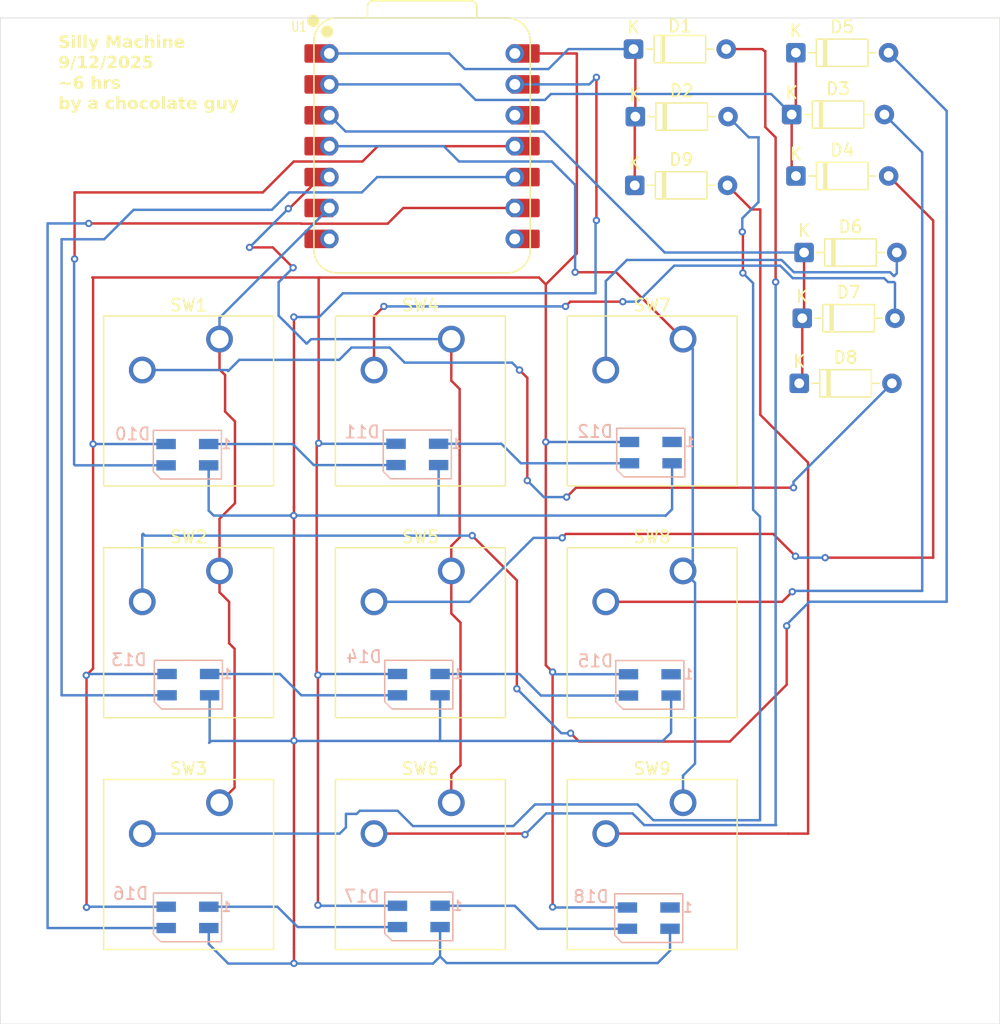
<source format=kicad_pcb>
(kicad_pcb (version 20241229) (generator "pcbnew") (generator_version "9.0")
  (layers (0 "F.Cu" signal) (2 "B.Cu" signal) (13 "F.Paste" user) (15 "B.Paste" user) (5 "F.SilkS" user "F.Silkscreen") (7 "B.SilkS" user "B.Silkscreen") (1 "F.Mask" user) (3 "B.Mask" user) (25 "Edge.Cuts" user))
  (net 0 "")
  (net 1 "GND")
  (net 2 "+5V")
  (net 3 "Net-(D10-DOUT)")
  (net 4 "led1")
  (net 5 "Net-(D11-DOUT)")
  (net 7 "led2")
  (net 8 "Net-(D13-DOUT)")
  (net 9 "Net-(D14-DOUT)")
  (net 11 "Net-(D16-DOUT)")
  (net 13 "led3")
  (net 14 "Net-(D17-DOUT)")
  (net 16 "Col3")
  (net 17 "Net-(D7-A)")
  (net 18 "Net-(D8-A)")
  (net 19 "Net-(D9-A)")
  (net 20 "Col2")
  (net 21 "Net-(D6-A)")
  (net 22 "Net-(D5-A)")
  (net 23 "Net-(D4-A)")
  (net 24 "Net-(D1-A)")
  (net 25 "Col1")
  (net 26 "Net-(D2-A)")
  (net 27 "Net-(D3-A)")
  (net 29 "Row1")
  (net 30 "Row2")
  (net 32 "Row3")
  (footprint "Button_Switch_Keyboard:SW_Cherry_MX_1.00u_PCB" (layer "F.Cu") (at 119.22125 87.78875)
    (property "Reference" "SW2")
    (property "Value" "SW_Push")
  )
  (footprint "Diode_THT:D_DO-35_SOD27_P7.62mm_Horizontal" (layer "F.Cu") (at 167.12 67.02)
    (property "Reference" "D7")
    (property "Value" "1N4148")
  )
  (footprint "Button_Switch_Keyboard:SW_Cherry_MX_1.00u_PCB" (layer "F.Cu") (at 157.32125 87.78875)
    (property "Reference" "SW8")
    (property "Value" "SW_Push")
  )
  (footprint "Button_Switch_Keyboard:SW_Cherry_MX_1.00u_PCB" (layer "F.Cu") (at 157.32125 68.73875)
    (property "Reference" "SW7")
    (property "Value" "SW_Push")
  )
  (footprint "Button_Switch_Keyboard:SW_Cherry_MX_1.00u_PCB" (layer "F.Cu") (at 138.27125 87.78875)
    (property "Reference" "SW5")
    (property "Value" "SW_Push")
  )
  (footprint "Diode_THT:D_DO-35_SOD27_P7.62mm_Horizontal" (layer "F.Cu") (at 166.6 55.33)
    (property "Reference" "D4")
    (property "Value" "1N4148")
  )
  (footprint "Button_Switch_Keyboard:SW_Cherry_MX_1.00u_PCB" (layer "F.Cu") (at 138.27125 68.73875)
    (property "Reference" "SW4")
    (property "Value" "SW_Push")
  )
  (footprint "Seeed Studio XIAO Series Library:XIAO-RP2040-DIP" (layer "F.Cu") (at 135.87 52.88)
    (property "Reference" "U1")
    (property "Value" "XIAO-RP2040-DIP" (hide yes))
  )
  (footprint "Diode_THT:D_DO-35_SOD27_P7.62mm_Horizontal" (layer "F.Cu") (at 166.25 50.28)
    (property "Reference" "D3")
    (property "Value" "1N4148")
  )
  (footprint "Diode_THT:D_DO-35_SOD27_P7.62mm_Horizontal" (layer "F.Cu") (at 153.4 50.45)
    (property "Reference" "D2")
    (property "Value" "1N4148")
  )
  (footprint "Diode_THT:D_DO-35_SOD27_P7.62mm_Horizontal" (layer "F.Cu") (at 166.87 72.37)
    (property "Reference" "D8")
    (property "Value" "1N4148")
  )
  (footprint "Diode_THT:D_DO-35_SOD27_P7.62mm_Horizontal" (layer "F.Cu") (at 153.25 44.9)
    (property "Reference" "D1")
    (property "Value" "1N4148")
  )
  (footprint "Diode_THT:D_DO-35_SOD27_P7.62mm_Horizontal" (layer "F.Cu") (at 153.3525 56.1)
    (property "Reference" "D9")
    (property "Value" "1N4148")
  )
  (footprint "Button_Switch_Keyboard:SW_Cherry_MX_1.00u_PCB" (layer "F.Cu") (at 119.22125 106.83875)
    (property "Reference" "SW3")
    (property "Value" "SW_Push")
  )
  (footprint "Button_Switch_Keyboard:SW_Cherry_MX_1.00u_PCB" (layer "F.Cu") (at 157.32125 106.83875)
    (property "Reference" "SW9")
    (property "Value" "SW_Push")
  )
  (footprint "Button_Switch_Keyboard:SW_Cherry_MX_1.00u_PCB" (layer "F.Cu") (at 119.22125 68.73875)
    (property "Reference" "SW1")
    (property "Value" "SW_Push")
  )
  (footprint "Button_Switch_Keyboard:SW_Cherry_MX_1.00u_PCB" (layer "F.Cu") (at 138.27125 106.83875)
    (property "Reference" "SW6")
    (property "Value" "SW_Push")
  )
  (footprint "Diode_THT:D_DO-35_SOD27_P7.62mm_Horizontal" (layer "F.Cu") (at 166.59 45.2)
    (property "Reference" "D5")
    (property "Value" "1N4148")
  )
  (footprint "Diode_THT:D_DO-35_SOD27_P7.62mm_Horizontal" (layer "F.Cu") (at 167.27 61.62)
    (property "Reference" "D6")
    (property "Value" "1N4148")
  )
  (footprint "LED_SMD:LED_SK6812MINI_PLCC4_3.5x3.5mm_P1.75mm" (layer "B.Cu") (at 135.6 97.135 180)
    (property "Reference" "D14")
    (property "Value" "SK6812MINI")
  )
  (footprint "LED_SMD:LED_SK6812MINI_PLCC4_3.5x3.5mm_P1.75mm" (layer "B.Cu") (at 154.59 97.155 180)
    (property "Reference" "D15")
    (property "Value" "SK6812MINI")
  )
  (footprint "LED_SMD:LED_SK6812MINI_PLCC4_3.5x3.5mm_P1.75mm" (layer "B.Cu") (at 116.66 97.135 180)
    (property "Reference" "D13")
    (property "Value" "SK6812MINI")
  )
  (footprint "LED_SMD:LED_SK6812MINI_PLCC4_3.5x3.5mm_P1.75mm" (layer "B.Cu") (at 154.5 116.325 180)
    (property "Reference" "D18")
    (property "Value" "SK6812MINI")
  )
  (footprint "LED_SMD:LED_SK6812MINI_PLCC4_3.5x3.5mm_P1.75mm" (layer "B.Cu") (at 154.67 78.065 180)
    (property "Reference" "D12")
    (property "Value" "SK6812MINI")
  )
  (footprint "LED_SMD:LED_SK6812MINI_PLCC4_3.5x3.5mm_P1.75mm" (layer "B.Cu") (at 116.59 116.265 180)
    (property "Reference" "D16")
    (property "Value" "SK6812MINI")
  )
  (footprint "LED_SMD:LED_SK6812MINI_PLCC4_3.5x3.5mm_P1.75mm" (layer "B.Cu") (at 135.48 78.215 180)
    (property "Reference" "D11")
    (property "Value" "SK6812MINI")
  )
  (footprint "LED_SMD:LED_SK6812MINI_PLCC4_3.5x3.5mm_P1.75mm" (layer "B.Cu") (at 135.6 116.185 180)
    (property "Reference" "D17")
    (property "Value" "SK6812MINI")
  )
  (footprint "LED_SMD:LED_SK6812MINI_PLCC4_3.5x3.5mm_P1.75mm" (layer "B.Cu") (at 116.58 78.235 180)
    (property "Reference" "D10")
    (property "Value" "SK6812MINI")
  )
  (gr_rect (start 101.203125 42.341875) (end 183.35625 125.015625) (stroke (width 0.05)) (fill no) (layer "Edge.Cuts"))
  (gr_text "K" (at 166.25 48.48 0) (layer "F.SilkS") (effects (font (size 1 1))))
  (gr_text "Silly Machine\n9/12/2025\n~6 hrs\nby a chocolate guy\n" (at 105.965625 50.00625 0) (layer "F.SilkS") (effects (font (size 1 1) (thickness 0.2) (bold yes)) (justify left bottom)))
  (segment (start 125.34 66.93) (end 125.33 66.92) (width 0.2) (layer "F.Cu") (net 1))
  (segment (start 125.34 82.59) (end 125.34 66.93) (width 0.2) (layer "F.Cu") (net 1))
  (segment (start 150.21 47.21) (end 150.2 47.22) (width 0.2) (layer "F.Cu") (net 1))
  (segment (start 125.34 101.74) (end 125.34 101.09) (width 0.2) (layer "F.Cu") (net 1))
  (segment (start 150.2 58.98) (end 150.2 47.22) (width 0.2) (layer "F.Cu") (net 1))
  (segment (start 125.34 82.59) (end 125.34 82.45) (width 0.2) (layer "F.Cu") (net 1))
  (segment (start 125.34 118.75) (end 125.34 101.74) (width 0.2) (layer "F.Cu") (net 1))
  (segment (start 125.34 101.09) (end 125.34 82.59) (width 0.2) (layer "F.Cu") (net 1))
  (segment (start 125.34 118.75) (end 125.34 120.04) (width 0.2) (layer "F.Cu") (net 1))
  (via (at 150.2 47.22) (size 0.6) (drill 0.3) (layers "F.Cu" "B.Cu") (net 1))
  (via (at 125.32 83.24) (size 0.6) (drill 0.3) (layers "F.Cu" "B.Cu") (net 1))
  (via (at 125.34 120.04) (size 0.6) (drill 0.3) (layers "F.Cu" "B.Cu") (net 1))
  (via (at 150.2 58.98) (size 0.6) (drill 0.3) (layers "F.Cu" "B.Cu") (net 1))
  (via (at 125.33 66.92) (size 0.6) (drill 0.3) (layers "F.Cu" "B.Cu") (net 1))
  (via (at 125.34 101.74) (size 0.6) (drill 0.3) (layers "F.Cu" "B.Cu") (net 1))
  (segment (start 156.34 101.08) (end 156.34 98.03) (width 0.2) (layer "B.Cu") (net 1))
  (segment (start 137.35 119.48) (end 137.35 117.06) (width 0.2) (layer "B.Cu") (net 1))
  (segment (start 118.34 118.46) (end 119.94 120.06) (width 0.2) (layer "B.Cu") (net 1))
  (segment (start 129.36 64.97) (end 150.13 64.97) (width 0.2) (layer "B.Cu") (net 1))
  (segment (start 155.66 101.76) (end 156.34 101.08) (width 0.2) (layer "B.Cu") (net 1))
  (segment (start 118.52 101.76) (end 125.12 101.76) (width 0.2) (layer "B.Cu") (net 1))
  (segment (start 137.24 83.24) (end 155.86 83.24) (width 0.2) (layer "B.Cu") (net 1))
  (segment (start 137.35 119.48) (end 137.89 120.02) (width 0.2) (layer "B.Cu") (net 1))
  (segment (start 137.23 83.23) (end 137.24 83.24) (width 0.2) (layer "B.Cu") (net 1))
  (segment (start 125.33 66.92) (end 127.41 66.92) (width 0.2) (layer "B.Cu") (net 1))
  (segment (start 127.41 66.92) (end 129.36 64.97) (width 0.2) (layer "B.Cu") (net 1))
  (segment (start 137.35 98.01) (end 137.35 101.69) (width 0.2) (layer "B.Cu") (net 1))
  (segment (start 150.13 64.97) (end 150.13 59.05) (width 0.2) (layer "B.Cu") (net 1))
  (segment (start 150.13 59.05) (end 150.2 58.98) (width 0.2) (layer "B.Cu") (net 1))
  (segment (start 149.62 47.8) (end 143.49 47.8) (width 0.2) (layer "B.Cu") (net 1))
  (segment (start 138.99 120.02) (end 155.23 120.02) (width 0.2) (layer "B.Cu") (net 1))
  (segment (start 118.33 82.83) (end 118.33 79.11) (width 0.2) (layer "B.Cu") (net 1))
  (segment (start 118.74 83.24) (end 118.33 82.83) (width 0.2) (layer "B.Cu") (net 1))
  (segment (start 155.88 83.26) (end 156.42 82.72) (width 0.2) (layer "B.Cu") (net 1))
  (segment (start 125.32 83.24) (end 124.99 83.24) (width 0.2) (layer "B.Cu") (net 1))
  (segment (start 125.12 101.76) (end 125.22 101.76) (width 0.2) (layer "B.Cu") (net 1))
  (segment (start 137.23 79.09) (end 137.23 83.23) (width 0.2) (layer "B.Cu") (net 1))
  (segment (start 118.37 101.91) (end 118.52 101.76) (width 0.2) (layer "B.Cu") (net 1))
  (segment (start 137.24 83.24) (end 125.32 83.24) (width 0.2) (layer "B.Cu") (net 1))
  (segment (start 137.35 101.69) (end 137.28 101.76) (width 0.2) (layer "B.Cu") (net 1))
  (segment (start 125.09 120.06) (end 136.77 120.06) (width 0.2) (layer "B.Cu") (net 1))
  (segment (start 156.25 118.96) (end 156.25 117.2) (width 0.2) (layer "B.Cu") (net 1))
  (segment (start 155.86 83.24) (end 155.88 83.26) (width 0.2) (layer "B.Cu") (net 1))
  (segment (start 118.41 101.87) (end 118.37 101.91) (width 0.2) (layer "B.Cu") (net 1))
  (segment (start 137.89 120.02) (end 138.99 120.02) (width 0.2) (layer "B.Cu") (net 1))
  (segment (start 125.12 101.76) (end 137.28 101.76) (width 0.2) (layer "B.Cu") (net 1))
  (segment (start 136.77 120.06) (end 137.35 119.48) (width 0.2) (layer "B.Cu") (net 1))
  (segment (start 118.41 98.01) (end 118.41 101.87) (width 0.2) (layer "B.Cu") (net 1))
  (segment (start 124.99 83.24) (end 118.74 83.24) (width 0.2) (layer "B.Cu") (net 1))
  (segment (start 150.2 47.22) (end 149.62 47.8) (width 0.2) (layer "B.Cu") (net 1))
  (segment (start 137.28 101.76) (end 155.66 101.76) (width 0.2) (layer "B.Cu") (net 1))
  (segment (start 119.94 120.06) (end 125.09 120.06) (width 0.2) (layer "B.Cu") (net 1))
  (segment (start 156.42 82.72) (end 156.42 78.94) (width 0.2) (layer "B.Cu") (net 1))
  (segment (start 155.23 120.02) (end 156.27 118.98) (width 0.2) (layer "B.Cu") (net 1))
  (segment (start 118.34 117.14) (end 118.34 118.46) (width 0.2) (layer "B.Cu") (net 1))
  (segment (start 145.47 63.67) (end 146.04 64.24) (width 0.2) (layer "F.Cu") (net 2))
  (segment (start 127.21 96.25) (end 127.31 96.35) (width 0.2) (layer "F.Cu") (net 2))
  (segment (start 148.59 45.27) (end 148.5 45.27) (width 0.2) (layer "F.Cu") (net 2))
  (segment (start 146.04 64.24) (end 148.59 61.69) (width 0.2) (layer "F.Cu") (net 2))
  (segment (start 127.21 77.45) (end 127.37 77.29) (width 0.2) (layer "F.Cu") (net 2))
  (segment (start 108.83 77.36) (end 108.83 63.73) (width 0.2) (layer "F.Cu") (net 2))
  (segment (start 108.83 63.73) (end 108.77 63.67) (width 0.2) (layer "F.Cu") (net 2))
  (segment (start 127.37 77.29) (end 127.37 63.76) (width 0.2) (layer "F.Cu") (net 2))
  (segment (start 127.31 115.26) (end 127.31 96.35) (width 0.2) (layer "F.Cu") (net 2))
  (segment (start 108.27 96.37) (end 108.29 96.39) (width 0.2) (layer "F.Cu") (net 2))
  (segment (start 146.6 115.41) (end 146.6 96.1) (width 0.2) (layer "F.Cu") (net 2))
  (segment (start 148.59 61.69) (end 148.59 45.27) (width 0.2) (layer "F.Cu") (net 2))
  (segment (start 108.29 96.39) (end 108.29 115.44) (width 0.2) (layer "F.Cu") (net 2))
  (segment (start 127.21 96.25) (end 127.21 77.45) (width 0.2) (layer "F.Cu") (net 2))
  (segment (start 108.83 95.81) (end 108.27 96.37) (width 0.2) (layer "F.Cu") (net 2))
  (segment (start 108.83 77.36) (end 108.83 95.81) (width 0.2) (layer "F.Cu") (net 2))
  (segment (start 146.04 77.19) (end 146.04 95.54) (width 0.2) (layer "F.Cu") (net 2))
  (segment (start 148.49 45.26) (end 143.49 45.26) (width 0.2) (layer "F.Cu") (net 2))
  (segment (start 127.37 63.76) (end 127.46 63.67) (width 0.2) (layer "F.Cu") (net 2))
  (segment (start 127.46 63.67) (end 145.47 63.67) (width 0.2) (layer "F.Cu") (net 2))
  (segment (start 146.04 64.24) (end 146.04 77.19) (width 0.2) (layer "F.Cu") (net 2))
  (segment (start 148.5 45.27) (end 148.49 45.26) (width 0.2) (layer "F.Cu") (net 2))
  (segment (start 108.77 63.67) (end 127.46 63.67) (width 0.2) (layer "F.Cu") (net 2))
  (segment (start 146.04 95.54) (end 146.6 96.1) (width 0.2) (layer "F.Cu") (net 2))
  (via (at 108.27 96.37) (size 0.6) (drill 0.3) (layers "F.Cu" "B.Cu") (net 2))
  (via (at 127.31 96.35) (size 0.6) (drill 0.3) (layers "F.Cu" "B.Cu") (net 2))
  (via (at 108.29 115.44) (size 0.6) (drill 0.3) (layers "F.Cu" "B.Cu") (net 2))
  (via (at 146.04 77.19) (size 0.6) (drill 0.3) (layers "F.Cu" "B.Cu") (net 2))
  (via (at 146.6 96.1) (size 0.6) (drill 0.3) (layers "F.Cu" "B.Cu") (net 2))
  (via (at 127.31 115.26) (size 0.6) (drill 0.3) (layers "F.Cu" "B.Cu") (net 2))
  (via (at 146.6 115.41) (size 0.6) (drill 0.3) (layers "F.Cu" "B.Cu") (net 2))
  (via (at 108.83 77.36) (size 0.6) (drill 0.3) (layers "F.Cu" "B.Cu") (net 2))
  (via (at 127.37 77.29) (size 0.6) (drill 0.3) (layers "F.Cu" "B.Cu") (net 2))
  (segment (start 114.91 96.26) (end 108.46 96.26) (width 0.2) (layer "B.Cu") (net 2))
  (segment (start 108.46 96.26) (end 108.37 96.35) (width 0.2) (layer "B.Cu") (net 2))
  (segment (start 146.52 96.15) (end 146.57 96.1) (width 0.2) (layer "B.Cu") (net 2))
  (segment (start 146.65 96.28) (end 146.52 96.15) (width 0.2) (layer "B.Cu") (net 2))
  (segment (start 127.41 115.31) (end 127.36 115.26) (width 0.2) (layer "B.Cu") (net 2))
  (segment (start 114.84 115.39) (end 108.29 115.39) (width 0.2) (layer "B.Cu") (net 2))
  (segment (start 146.6 115.41) (end 146.64 115.45) (width 0.2) (layer "B.Cu") (net 2))
  (segment (start 127.36 115.26) (end 127.31 115.26) (width 0.2) (layer "B.Cu") (net 2))
  (segment (start 133.85 96.26) (end 127.41 96.26) (width 0.2) (layer "B.Cu") (net 2))
  (segment (start 146.03 77.18) (end 146.04 77.19) (width 0.2) (layer "B.Cu") (net 2))
  (segment (start 146.64 115.45) (end 152.75 115.45) (width 0.2) (layer "B.Cu") (net 2))
  (segment (start 133.85 115.31) (end 127.41 115.31) (width 0.2) (layer "B.Cu") (net 2))
  (segment (start 108.29 96.35) (end 108.27 96.37) (width 0.2) (layer "B.Cu") (net 2))
  (segment (start 152.84 96.28) (end 146.65 96.28) (width 0.2) (layer "B.Cu") (net 2))
  (segment (start 108.29 115.39) (end 108.29 115.44) (width 0.2) (layer "B.Cu") (net 2))
  (segment (start 133.73 77.34) (end 127.42 77.34) (width 0.2) (layer "B.Cu") (net 2))
  (segment (start 127.33 77.25) (end 127.37 77.29) (width 0.2) (layer "B.Cu") (net 2))
  (segment (start 127.42 77.34) (end 127.37 77.29) (width 0.2) (layer "B.Cu") (net 2))
  (segment (start 108.37 96.35) (end 108.29 96.35) (width 0.2) (layer "B.Cu") (net 2))
  (segment (start 146.57 96.1) (end 146.6 96.1) (width 0.2) (layer "B.Cu") (net 2))
  (segment (start 114.83 77.36) (end 108.83 77.36) (width 0.2) (layer "B.Cu") (net 2))
  (segment (start 152.92 77.19) (end 146.04 77.19) (width 0.2) (layer "B.Cu") (net 2))
  (segment (start 108.81 77.34) (end 108.83 77.36) (width 0.2) (layer "B.Cu") (net 2))
  (segment (start 125.24 77.36) (end 118.33 77.36) (width 0.2) (layer "B.Cu") (net 3))
  (segment (start 133.73 79.09) (end 126.97 79.09) (width 0.2) (layer "B.Cu") (net 3))
  (segment (start 126.97 79.09) (end 125.24 77.36) (width 0.2) (layer "B.Cu") (net 3))
  (segment (start 107.31 62.15) (end 107.31 56.68) (width 0.2) (layer "F.Cu") (net 4))
  (segment (start 130.97 54.14) (end 132.23 52.88) (width 0.2) (layer "F.Cu") (net 4))
  (segment (start 122.78 56.68) (end 125.32 54.14) (width 0.2) (layer "F.Cu") (net 4))
  (segment (start 125.32 54.14) (end 130.97 54.14) (width 0.2) (layer "F.Cu") (net 4))
  (segment (start 132.23 52.88) (end 143.49 52.88) (width 0.2) (layer "F.Cu") (net 4))
  (segment (start 107.31 56.68) (end 122.78 56.68) (width 0.2) (layer "F.Cu") (net 4))
  (via (at 107.31 62.15) (size 0.6) (drill 0.3) (layers "F.Cu" "B.Cu") (net 4))
  (segment (start 107.27 79.03) (end 107.27 62.19) (width 0.2) (layer "B.Cu") (net 4))
  (segment (start 107.27 62.19) (end 107.31 62.15) (width 0.2) (layer "B.Cu") (net 4))
  (segment (start 107.35 79.11) (end 107.27 79.03) (width 0.2) (layer "B.Cu") (net 4))
  (segment (start 114.83 79.11) (end 107.35 79.11) (width 0.2) (layer "B.Cu") (net 4))
  (segment (start 142.39 77.34) (end 137.23 77.34) (width 0.2) (layer "B.Cu") (net 5))
  (segment (start 152.92 78.94) (end 143.99 78.94) (width 0.2) (layer "B.Cu") (net 5))
  (segment (start 143.99 78.94) (end 142.39 77.34) (width 0.2) (layer "B.Cu") (net 5))
  (segment (start 106.24 98.01) (end 114.91 98.01) (width 0.2) (layer "B.Cu") (net 7))
  (segment (start 112.16 58.11) (end 109.74 60.53) (width 0.2) (layer "B.Cu") (net 7))
  (segment (start 106.24 60.53) (end 106.24 98.01) (width 0.2) (layer "B.Cu") (net 7))
  (segment (start 109.74 60.53) (end 106.24 60.53) (width 0.2) (layer "B.Cu") (net 7))
  (segment (start 143.49 55.42) (end 132.18 55.42) (width 0.2) (layer "B.Cu") (net 7))
  (segment (start 132.18 55.42) (end 130.92 56.68) (width 0.2) (layer "B.Cu") (net 7))
  (segment (start 123.52 58.11) (end 112.16 58.11) (width 0.2) (layer "B.Cu") (net 7))
  (segment (start 124.95 56.68) (end 123.52 58.11) (width 0.2) (layer "B.Cu") (net 7))
  (segment (start 130.92 56.68) (end 124.95 56.68) (width 0.2) (layer "B.Cu") (net 7))
  (segment (start 133.85 98.01) (end 125.94 98.01) (width 0.2) (layer "B.Cu") (net 8))
  (segment (start 125.94 98.01) (end 124.19 96.26) (width 0.2) (layer "B.Cu") (net 8))
  (segment (start 124.19 96.26) (end 118.41 96.26) (width 0.2) (layer "B.Cu") (net 8))
  (segment (start 143.87 96.26) (end 137.35 96.26) (width 0.2) (layer "B.Cu") (net 9))
  (segment (start 145.64 98.03) (end 143.87 96.26) (width 0.2) (layer "B.Cu") (net 9))
  (segment (start 152.84 98.03) (end 145.64 98.03) (width 0.2) (layer "B.Cu") (net 9))
  (segment (start 118.34 115.39) (end 123.98 115.39) (width 0.2) (layer "B.Cu") (net 11))
  (segment (start 123.98 115.39) (end 125.65 117.06) (width 0.2) (layer "B.Cu") (net 11))
  (segment (start 125.65 117.06) (end 133.85 117.06) (width 0.2) (layer "B.Cu") (net 11))
  (segment (start 125.91 59.23) (end 125.93 59.25) (width 0.2) (layer "F.Cu") (net 13))
  (segment (start 134.33 57.96) (end 143.49 57.96) (width 0.2) (layer "F.Cu") (net 13))
  (segment (start 108.47 59.23) (end 125.91 59.23) (width 0.2) (layer "F.Cu") (net 13))
  (segment (start 133.04 59.25) (end 134.33 57.96) (width 0.2) (layer "F.Cu") (net 13))
  (segment (start 125.93 59.25) (end 133.04 59.25) (width 0.2) (layer "F.Cu") (net 13))
  (via (at 108.47 59.23) (size 0.6) (drill 0.3) (layers "F.Cu" "B.Cu") (net 13))
  (segment (start 105.09 117.14) (end 105.09 59.23) (width 0.2) (layer "B.Cu") (net 13))
  (segment (start 108.49 59.21) (end 108.47 59.23) (width 0.2) (layer "B.Cu") (net 13))
  (segment (start 114.84 117.14) (end 105.09 117.14) (width 0.2) (layer "B.Cu") (net 13))
  (segment (start 105.09 59.23) (end 108.47 59.23) (width 0.2) (layer "B.Cu") (net 13))
  (segment (start 145.38 117.2) (end 152.75 117.2) (width 0.2) (layer "B.Cu") (net 14))
  (segment (start 143.49 115.31) (end 145.38 117.2) (width 0.2) (layer "B.Cu") (net 14))
  (segment (start 137.35 115.31) (end 143.49 115.31) (width 0.2) (layer "B.Cu") (net 14))
  (segment (start 120.49 75.5) (end 119.68 74.69) (width 0.2) (layer "F.Cu") (net 16))
  (segment (start 119.22125 87.78875) (end 119.22125 83.49875) (width 0.2) (layer "F.Cu") (net 16))
  (segment (start 119.68 74.69) (end 119.68 71.69) (width 0.2) (layer "F.Cu") (net 16))
  (segment (start 119.22125 106.83875) (end 120.46 105.6) (width 0.2) (layer "F.Cu") (net 16))
  (segment (start 119.68 71.69) (end 119.22125 71.23125) (width 0.2) (layer "F.Cu") (net 16))
  (segment (start 120.46 105.6) (end 120.46 94.19) (width 0.2) (layer "F.Cu") (net 16))
  (segment (start 119.22125 89.54125) (end 119.22125 87.78875) (width 0.2) (layer "F.Cu") (net 16))
  (segment (start 119.22125 83.49875) (end 120.49 82.23) (width 0.2) (layer "F.Cu") (net 16))
  (segment (start 120.46 94.19) (end 120.01 93.74) (width 0.2) (layer "F.Cu") (net 16))
  (segment (start 120.01 90.33) (end 119.22125 89.54125) (width 0.2) (layer "F.Cu") (net 16))
  (segment (start 120.01 93.74) (end 120.01 90.33) (width 0.2) (layer "F.Cu") (net 16))
  (segment (start 119.22125 71.23125) (end 119.22125 68.73875) (width 0.2) (layer "F.Cu") (net 16))
  (segment (start 120.49 82.23) (end 120.49 75.5) (width 0.2) (layer "F.Cu") (net 16))
  (segment (start 119.22125 66.98875) (end 119.22125 68.73875) (width 0.2) (layer "B.Cu") (net 16))
  (segment (start 128.25 57.96) (end 119.22125 66.98875) (width 0.2) (layer "B.Cu") (net 16))
  (segment (start 131.92125 66.85875) (end 131.92125 71.27875) (width 0.2) (layer "F.Cu") (net 17))
  (segment (start 132.73 66.05) (end 131.92125 66.85875) (width 0.2) (layer "F.Cu") (net 17))
  (segment (start 148.05 65.66) (end 147.66 66.05) (width 0.2) (layer "F.Cu") (net 17))
  (segment (start 152.37 65.66) (end 148.05 65.66) (width 0.2) (layer "F.Cu") (net 17))
  (via (at 132.73 66.05) (size 0.6) (drill 0.3) (layers "F.Cu" "B.Cu") (net 17))
  (via (at 147.66 66.05) (size 0.6) (drill 0.3) (layers "F.Cu" "B.Cu") (net 17))
  (via (at 152.37 65.66) (size 0.6) (drill 0.3) (layers "F.Cu" "B.Cu") (net 17))
  (segment (start 147.66 66.05) (end 132.73 66.05) (width 0.2) (layer "B.Cu") (net 17))
  (segment (start 174.74 64.13) (end 174.66 64.05) (width 0.2) (layer "B.Cu") (net 17))
  (segment (start 165.309 62.699) (end 156.591 62.699) (width 0.2) (layer "B.Cu") (net 17))
  (segment (start 153.63 65.66) (end 152.37 65.66) (width 0.2) (layer "B.Cu") (net 17))
  (segment (start 174.74 67.02) (end 174.74 64.13) (width 0.2) (layer "B.Cu") (net 17))
  (segment (start 173.85 63.73) (end 166.34 63.73) (width 0.2) (layer "B.Cu") (net 17))
  (segment (start 166.34 63.73) (end 165.309 62.699) (width 0.2) (layer "B.Cu") (net 17))
  (segment (start 174.17 64.05) (end 173.85 63.73) (width 0.2) (layer "B.Cu") (net 17))
  (segment (start 156.591 62.699) (end 153.63 65.66) (width 0.2) (layer "B.Cu") (net 17))
  (segment (start 174.66 64.05) (end 174.17 64.05) (width 0.2) (layer "B.Cu") (net 17))
  (segment (start 143.83 71.23) (end 143.88 71.28) (width 0.2) (layer "F.Cu") (net 18))
  (segment (start 144.52 80.36) (end 144.52 71.92) (width 0.2) (layer "F.Cu") (net 18))
  (segment (start 144.52 71.92) (end 143.83 71.23) (width 0.2) (layer "F.Cu") (net 18))
  (segment (start 148.52 80.95) (end 147.75 81.72) (width 0.2) (layer "F.Cu") (net 18))
  (segment (start 166.4 80.95) (end 148.52 80.95) (width 0.2) (layer "F.Cu") (net 18))
  (via (at 143.88 71.28) (size 0.6) (drill 0.3) (layers "F.Cu" "B.Cu") (net 18))
  (via (at 166.4 80.95) (size 0.6) (drill 0.3) (layers "F.Cu" "B.Cu") (net 18))
  (via (at 147.75 81.72) (size 0.6) (drill 0.3) (layers "F.Cu" "B.Cu") (net 18))
  (via (at 144.52 80.36) (size 0.6) (drill 0.3) (layers "F.Cu" "B.Cu") (net 18))
  (segment (start 134.44 70.67) (end 133.2 69.43) (width 0.2) (layer "B.Cu") (net 18))
  (segment (start 130.07 69.43) (end 129.06 70.44) (width 0.2) (layer "B.Cu") (net 18))
  (segment (start 119.84875 71.27875) (end 112.87125 71.27875) (width 0.2) (layer "B.Cu") (net 18))
  (segment (start 145.88 81.72) (end 144.52 80.36) (width 0.2) (layer "B.Cu") (net 18))
  (segment (start 166.4 80.95) (end 166.4 80.46) (width 0.2) (layer "B.Cu") (net 18))
  (segment (start 147.75 81.72) (end 145.88 81.72) (width 0.2) (layer "B.Cu") (net 18))
  (segment (start 143.88 71.28) (end 143.27 70.67) (width 0.2) (layer "B.Cu") (net 18))
  (segment (start 166.4 80.46) (end 174.49 72.37) (width 0.2) (layer "B.Cu") (net 18))
  (segment (start 129.06 70.44) (end 120.85 70.44) (width 0.2) (layer "B.Cu") (net 18))
  (segment (start 133.2 69.43) (end 130.07 69.43) (width 0.2) (layer "B.Cu") (net 18))
  (segment (start 143.27 70.67) (end 134.44 70.67) (width 0.2) (layer "B.Cu") (net 18))
  (segment (start 120.85 70.44) (end 119.93 71.36) (width 0.2) (layer "B.Cu") (net 18))
  (segment (start 119.93 71.36) (end 119.84875 71.27875) (width 0.2) (layer "B.Cu") (net 18))
  (segment (start 162.9525 58.08) (end 160.9725 56.1) (width 0.2) (layer "F.Cu") (net 19))
  (segment (start 165.96875 109.37875) (end 165.97 109.38) (width 0.2) (layer "F.Cu") (net 19))
  (segment (start 163.67 74.96) (end 163.67 58.08) (width 0.2) (layer "F.Cu") (net 19))
  (segment (start 150.97125 109.37875) (end 165.96875 109.37875) (width 0.2) (layer "F.Cu") (net 19))
  (segment (start 167.59 109.38) (end 167.6 109.37) (width 0.2) (layer "F.Cu") (net 19))
  (segment (start 163.67 58.08) (end 162.9525 58.08) (width 0.2) (layer "F.Cu") (net 19))
  (segment (start 165.97 109.38) (end 167.59 109.38) (width 0.2) (layer "F.Cu") (net 19))
  (segment (start 150.97125 109.37875) (end 150.85 109.5) (width 0.2) (layer "F.Cu") (net 19))
  (segment (start 167.6 78.89) (end 163.67 74.96) (width 0.2) (layer "F.Cu") (net 19))
  (segment (start 167.6 109.37) (end 167.6 78.89) (width 0.2) (layer "F.Cu") (net 19))
  (segment (start 125.06 57.9) (end 124.95 58.01) (width 0.2) (layer "F.Cu") (net 20))
  (segment (start 139.03 92.04) (end 139.03 103.77) (width 0.2) (layer "F.Cu") (net 20))
  (segment (start 123.6 61.2) (end 125.27 62.87) (width 0.2) (layer "F.Cu") (net 20))
  (segment (start 138.96 85.04) (end 138.27125 85.72875) (width 0.2) (layer "F.Cu") (net 20))
  (segment (start 138.27125 87.78875) (end 138.27125 91.28125) (width 0.2) (layer "F.Cu") (net 20))
  (segment (start 138.27125 72.15125) (end 138.96 72.84) (width 0.2) (layer "F.Cu") (net 20))
  (segment (start 124.95 58.01) (end 124.88 58.01) (width 0.2) (layer "F.Cu") (net 20))
  (segment (start 127.54 55.42) (end 125.06 57.9) (width 0.2) (layer "F.Cu") (net 20))
  (segment (start 138.96 72.84) (end 138.96 85.04) (width 0.2) (layer "F.Cu") (net 20))
  (segment (start 138.27125 104.52875) (end 138.27125 106.83875) (width 0.2) (layer "F.Cu") (net 20))
  (segment (start 128.25 55.42) (end 127.54 55.42) (width 0.2) (layer "F.Cu") (net 20))
  (segment (start 138.27125 85.72875) (end 138.27125 87.78875) (width 0.2) (layer "F.Cu") (net 20))
  (segment (start 121.69 61.2) (end 123.6 61.2) (width 0.2) (layer "F.Cu") (net 20))
  (segment (start 138.27125 68.73875) (end 138.27125 72.15125) (width 0.2) (layer "F.Cu") (net 20))
  (segment (start 138.27125 91.28125) (end 139.03 92.04) (width 0.2) (layer "F.Cu") (net 20))
  (segment (start 139.03 103.77) (end 138.27125 104.52875) (width 0.2) (layer "F.Cu") (net 20))
  (via (at 121.69 61.2) (size 0.6) (drill 0.3) (layers "F.Cu" "B.Cu") (net 20))
  (via (at 125.27 62.87) (size 0.6) (drill 0.3) (layers "F.Cu" "B.Cu") (net 20))
  (via (at 124.88 58.01) (size 0.6) (drill 0.3) (layers "F.Cu" "B.Cu") (net 20))
  (segment (start 126.75125 68.73875) (end 138.27125 68.73875) (width 0.2) (layer "B.Cu") (net 20))
  (segment (start 124.08 64.06) (end 124.08 66.81) (width 0.2) (layer "B.Cu") (net 20))
  (segment (start 126.38 69.11) (end 126.75125 68.73875) (width 0.2) (layer "B.Cu") (net 20))
  (segment (start 121.69 61.39) (end 121.69 61.2) (width 0.2) (layer "B.Cu") (net 20))
  (segment (start 125.27 62.87) (end 124.08 64.06) (width 0.2) (layer "B.Cu") (net 20))
  (segment (start 124.08 66.81) (end 126.38 69.11) (width 0.2) (layer "B.Cu") (net 20))
  (segment (start 124.88 58.01) (end 121.69 61.2) (width 0.2) (layer "B.Cu") (net 20))
  (segment (start 174.34 63.24) (end 174.66 63.56) (width 0.2) (layer "B.Cu") (net 21))
  (segment (start 152.71 62.23) (end 165.42 62.23) (width 0.2) (layer "B.Cu") (net 21))
  (segment (start 150.97125 63.96875) (end 152.71 62.23) (width 0.2) (layer "B.Cu") (net 21))
  (segment (start 165.42 62.23) (end 166.43 63.24) (width 0.2) (layer "B.Cu") (net 21))
  (segment (start 150.97125 71.27875) (end 150.97125 63.96875) (width 0.2) (layer "B.Cu") (net 21))
  (segment (start 166.43 63.24) (end 174.34 63.24) (width 0.2) (layer "B.Cu") (net 21))
  (segment (start 174.89 63.33) (end 174.89 61.62) (width 0.2) (layer "B.Cu") (net 21))
  (segment (start 174.66 63.56) (end 174.89 63.33) (width 0.2) (layer "B.Cu") (net 21))
  (segment (start 143.66 88.56) (end 139.99 84.89) (width 0.2) (layer "F.Cu") (net 22))
  (segment (start 148.77 101.81) (end 148.08 101.12) (width 0.2) (layer "F.Cu") (net 22))
  (segment (start 161.17 101.81) (end 148.77 101.81) (width 0.2) (layer "F.Cu") (net 22))
  (segment (start 148.08 101.12) (end 148.08 101.13) (width 0.2) (layer "F.Cu") (net 22))
  (segment (start 165.84 97.14) (end 161.17 101.81) (width 0.2) (layer "F.Cu") (net 22))
  (segment (start 143.66 97.47) (end 143.66 88.56) (width 0.2) (layer "F.Cu") (net 22))
  (segment (start 165.84 92.31) (end 165.84 97.14) (width 0.2) (layer "F.Cu") (net 22))
  (via (at 165.84 92.31) (size 0.6) (drill 0.3) (layers "F.Cu" "B.Cu") (net 22))
  (via (at 139.99 84.89) (size 0.6) (drill 0.3) (layers "F.Cu" "B.Cu") (net 22))
  (via (at 143.66 97.47) (size 0.6) (drill 0.3) (layers "F.Cu" "B.Cu") (net 22))
  (via (at 148.08 101.13) (size 0.6) (drill 0.3) (layers "F.Cu" "B.Cu") (net 22))
  (segment (start 165.83 92.2) (end 165.84 92.21) (width 0.2) (layer "B.Cu") (net 22))
  (segment (start 147.32 101.13) (end 143.66 97.47) (width 0.2) (layer "B.Cu") (net 22))
  (segment (start 178.99 90.32) (end 167.71 90.32) (width 0.2) (layer "B.Cu") (net 22))
  (segment (start 165.84 92.21) (end 165.84 92.31) (width 0.2) (layer "B.Cu") (net 22))
  (segment (start 178.99 49.98) (end 178.99 90.32) (width 0.2) (layer "B.Cu") (net 22))
  (segment (start 113.09 84.89) (end 112.94 84.74) (width 0.2) (layer "B.Cu") (net 22))
  (segment (start 167.71 90.32) (end 165.83 92.2) (width 0.2) (layer "B.Cu") (net 22))
  (segment (start 112.87125 84.80875) (end 112.87125 90.32875) (width 0.2) (layer "B.Cu") (net 22))
  (segment (start 139.99 84.89) (end 113.09 84.89) (width 0.2) (layer "B.Cu") (net 22))
  (segment (start 112.94 84.74) (end 112.87125 84.80875) (width 0.2) (layer "B.Cu") (net 22))
  (segment (start 174.21 45.2) (end 178.99 49.98) (width 0.2) (layer "B.Cu") (net 22))
  (segment (start 148.08 101.13) (end 147.32 101.13) (width 0.2) (layer "B.Cu") (net 22))
  (segment (start 169 86.7) (end 177.88 86.7) (width 0.2) (layer "F.Cu") (net 23))
  (segment (start 147.32 85.12) (end 147.34 85.12) (width 0.2) (layer "F.Cu") (net 23))
  (segment (start 164.73 84.75) (end 152.1 84.75) (width 0.2) (layer "F.Cu") (net 23))
  (segment (start 177.88 58.99) (end 177.88 86.7) (width 0.2) (layer "F.Cu") (net 23))
  (segment (start 169.055 86.755) (end 169 86.7) (width 0.2) (layer "F.Cu") (net 23))
  (segment (start 166.56 86.58) (end 164.73 84.75) (width 0.2) (layer "F.Cu") (net 23))
  (segment (start 152.1 84.75) (end 147.69 84.75) (width 0.2) (layer "F.Cu") (net 23))
  (segment (start 174.22 55.33) (end 177.88 58.99) (width 0.2) (layer "F.Cu") (net 23))
  (segment (start 147.34 85.12) (end 147.39 85.07) (width 0.2) (layer "F.Cu") (net 23))
  (segment (start 147.69 84.75) (end 147.32 85.12) (width 0.2) (layer "F.Cu") (net 23))
  (via (at 147.39 85.07) (size 0.6) (drill 0.3) (layers "F.Cu" "B.Cu") (net 23))
  (via (at 169 86.7) (size 0.6) (drill 0.3) (layers "F.Cu" "B.Cu") (net 23))
  (via (at 166.56 86.58) (size 0.6) (drill 0.3) (layers "F.Cu" "B.Cu") (net 23))
  (segment (start 131.92125 90.32875) (end 139.77125 90.32875) (width 0.2) (layer "B.Cu") (net 23))
  (segment (start 169 86.7) (end 166.68 86.7) (width 0.2) (layer "B.Cu") (net 23))
  (segment (start 166.68 86.7) (end 166.56 86.58) (width 0.2) (layer "B.Cu") (net 23))
  (segment (start 145.03 85.07) (end 147.39 85.07) (width 0.2) (layer "B.Cu") (net 23))
  (segment (start 139.77125 90.32875) (end 145.03 85.07) (width 0.2) (layer "B.Cu") (net 23))
  (segment (start 164.93 52.16) (end 164.08 51.31) (width 0.2) (layer "F.Cu") (net 24))
  (segment (start 164.93 64.04) (end 164.93 52.16) (width 0.2) (layer "F.Cu") (net 24))
  (segment (start 164.08 45.06) (end 164 45.06) (width 0.2) (layer "F.Cu") (net 24))
  (segment (start 163.84 44.9) (end 160.87 44.9) (width 0.2) (layer "F.Cu") (net 24))
  (segment (start 131.92125 109.37875) (end 144.24875 109.37875) (width 0.2) (layer "F.Cu") (net 24))
  (segment (start 144.24875 109.37875) (end 144.33 109.46) (width 0.2) (layer "F.Cu") (net 24))
  (segment (start 164 45.06) (end 163.84 44.9) (width 0.2) (layer "F.Cu") (net 24))
  (segment (start 164.08 51.31) (end 164.08 45.06) (width 0.2) (layer "F.Cu") (net 24))
  (via (at 144.33 109.46) (size 0.6) (drill 0.3) (layers "F.Cu" "B.Cu") (net 24))
  (via (at 164.93 64.04) (size 0.6) (drill 0.3) (layers "F.Cu" "B.Cu") (net 24))
  (segment (start 146.07 107.72) (end 153.17 107.72) (width 0.2) (layer "B.Cu") (net 24))
  (segment (start 154.13 108.68) (end 164.98 108.68) (width 0.2) (layer "B.Cu") (net 24))
  (segment (start 153.17 107.72) (end 154.13 108.68) (width 0.2) (layer "B.Cu") (net 24))
  (segment (start 164.93 64.04) (end 164.93 108.63) (width 0.2) (layer "B.Cu") (net 24))
  (segment (start 144.33 109.46) (end 146.07 107.72) (width 0.2) (layer "B.Cu") (net 24))
  (segment (start 151.8225 63.24) (end 157.32125 68.73875) (width 0.2) (layer "F.Cu") (net 25))
  (segment (start 148.45 63.24) (end 151.8225 63.24) (width 0.2) (layer "F.Cu") (net 25))
  (via (at 148.45 63.24) (size 0.6) (drill 0.3) (layers "F.Cu" "B.Cu") (net 25))
  (segment (start 157.32125 68.73875) (end 158.12 69.5375) (width 0.2) (layer "B.Cu") (net 25))
  (segment (start 148.45 56.06) (end 148.45 63.24) (width 0.2) (layer "B.Cu") (net 25))
  (segment (start 138.91 54.14) (end 146.53 54.14) (width 0.2) (layer "B.Cu") (net 25))
  (segment (start 157.32125 104.60875) (end 157.32125 106.83875) (width 0.2) (layer "B.Cu") (net 25))
  (segment (start 158.31 103.62) (end 157.32125 104.60875) (width 0.2) (layer "B.Cu") (net 25))
  (segment (start 158.31 88.7775) (end 158.31 103.62) (width 0.2) (layer "B.Cu") (net 25))
  (segment (start 158.12 86.99) (end 157.32125 87.78875) (width 0.2) (layer "B.Cu") (net 25))
  (segment (start 146.53 54.14) (end 148.45 56.06) (width 0.2) (layer "B.Cu") (net 25))
  (segment (start 157.32125 87.78875) (end 158.31 88.7775) (width 0.2) (layer "B.Cu") (net 25))
  (segment (start 158.12 69.5375) (end 158.12 86.99) (width 0.2) (layer "B.Cu") (net 25))
  (segment (start 128.25 52.88) (end 137.65 52.88) (width 0.2) (layer "B.Cu") (net 25))
  (segment (start 137.65 52.88) (end 138.91 54.14) (width 0.2) (layer "B.Cu") (net 25))
  (segment (start 162.24 59.97) (end 162.19 59.92) (width 0.2) (layer "F.Cu") (net 26))
  (segment (start 162.24 63.3) (end 162.24 59.97) (width 0.2) (layer "F.Cu") (net 26))
  (via (at 162.19 59.92) (size 0.6) (drill 0.3) (layers "F.Cu" "B.Cu") (net 26))
  (via (at 162.24 63.3) (size 0.6) (drill 0.3) (layers "F.Cu" "B.Cu") (net 26))
  (segment (start 154.879 108.279) (end 163.65 108.279) (width 0.2) (layer "B.Cu") (net 26))
  (segment (start 129.61 107.76) (end 130.49 107.76) (width 0.2) (layer "B.Cu") (net 26))
  (segment (start 163.65 83.33) (end 163.65 108.279) (width 0.2) (layer "B.Cu") (net 26))
  (segment (start 162.19 59.92) (end 162.19 58.81) (width 0.2) (layer "B.Cu") (net 26))
  (segment (start 129.099936 109.37875) (end 129.61 108.868686) (width 0.2) (layer "B.Cu") (net 26))
  (segment (start 130.75 107.5) (end 133.86 107.5) (width 0.2) (layer "B.Cu") (net 26))
  (segment (start 133.86 107.5) (end 135.12 108.76) (width 0.2) (layer "B.Cu") (net 26))
  (segment (start 162.19 58.81) (end 163.52 57.48) (width 0.2) (layer "B.Cu") (net 26))
  (segment (start 163.08 64.14) (end 163.08 82.76) (width 0.2) (layer "B.Cu") (net 26))
  (segment (start 112.87125 109.37875) (end 129.099936 109.37875) (width 0.2) (layer "B.Cu") (net 26))
  (segment (start 129.61 108.868686) (end 129.61 107.76) (width 0.2) (layer "B.Cu") (net 26))
  (segment (start 163.52 52.17) (end 163.54 52.15) (width 0.2) (layer "B.Cu") (net 26))
  (segment (start 163.54 52.15) (end 162.72 52.15) (width 0.2) (layer "B.Cu") (net 26))
  (segment (start 162.24 63.3) (end 163.08 64.14) (width 0.2) (layer "B.Cu") (net 26))
  (segment (start 163.52 57.48) (end 163.52 52.17) (width 0.2) (layer "B.Cu") (net 26))
  (segment (start 130.49 107.76) (end 130.75 107.5) (width 0.2) (layer "B.Cu") (net 26))
  (segment (start 153.58 106.98) (end 154.879 108.279) (width 0.2) (layer "B.Cu") (net 26))
  (segment (start 145.15 106.98) (end 153.58 106.98) (width 0.2) (layer "B.Cu") (net 26))
  (segment (start 135.12 108.76) (end 143.37 108.76) (width 0.2) (layer "B.Cu") (net 26))
  (segment (start 162.72 52.15) (end 161.02 50.45) (width 0.2) (layer "B.Cu") (net 26))
  (segment (start 143.37 108.76) (end 145.15 106.98) (width 0.2) (layer "B.Cu") (net 26))
  (segment (start 163.08 82.76) (end 163.65 83.33) (width 0.2) (layer "B.Cu") (net 26))
  (segment (start 165.47125 90.32875) (end 150.97125 90.32875) (width 0.2) (layer "F.Cu") (net 27))
  (segment (start 166.3 89.5) (end 165.47125 90.32875) (width 0.2) (layer "F.Cu") (net 27))
  (via (at 166.3 89.5) (size 0.6) (drill 0.3) (layers "F.Cu" "B.Cu") (net 27))
  (segment (start 176.98 53.39) (end 176.98 89.43) (width 0.2) (layer "B.Cu") (net 27))
  (segment (start 166.37 89.43) (end 166.3 89.5) (width 0.2) (layer "B.Cu") (net 27))
  (segment (start 176.98 89.43) (end 166.37 89.43) (width 0.2) (layer "B.Cu") (net 27))
  (segment (start 173.87 50.28) (end 176.98 53.39) (width 0.2) (layer "B.Cu") (net 27))
  (segment (start 153.4 50.45) (end 153.4 45.05) (width 0.2) (layer "F.Cu") (net 29))
  (segment (start 153.3525 56.1) (end 153.3525 50.4975) (width 0.2) (layer "F.Cu") (net 29))
  (segment (start 153.3525 50.4975) (end 153.4 50.45) (width 0.2) (layer "F.Cu") (net 29))
  (segment (start 153.4 45.05) (end 153.25 44.9) (width 0.2) (layer "F.Cu") (net 29))
  (segment (start 153.4 56.0525) (end 153.3525 56.1) (width 0.2) (layer "F.Cu") (net 29))
  (segment (start 147.9 44.9) (end 146.26 46.54) (width 0.2) (layer "B.Cu") (net 29))
  (segment (start 153.25 44.9) (end 147.9 44.9) (width 0.2) (layer "B.Cu") (net 29))
  (segment (start 146.26 46.54) (end 139.38 46.54) (width 0.2) (layer "B.Cu") (net 29))
  (segment (start 139.38 46.54) (end 138.1 45.26) (width 0.2) (layer "B.Cu") (net 29))
  (segment (start 138.1 45.26) (end 128.25 45.26) (width 0.2) (layer "B.Cu") (net 29))
  (segment (start 153.3525 56.1) (end 152.9695 56.483) (width 0.2) (layer "B.Cu") (net 29))
  (segment (start 166.25 50.28) (end 166.25 54.98) (width 0.2) (layer "F.Cu") (net 30))
  (segment (start 166.59 49.94) (end 166.25 50.28) (width 0.2) (layer "F.Cu") (net 30))
  (segment (start 166.25 54.98) (end 166.6 55.33) (width 0.2) (layer "F.Cu") (net 30))
  (segment (start 166.59 45.2) (end 166.59 49.94) (width 0.2) (layer "F.Cu") (net 30))
  (segment (start 146.46 48.59) (end 145.97 49.08) (width 0.2) (layer "B.Cu") (net 30))
  (segment (start 145.97 49.08) (end 140.27 49.08) (width 0.2) (layer "B.Cu") (net 30))
  (segment (start 138.99 47.8) (end 128.25 47.8) (width 0.2) (layer "B.Cu") (net 30))
  (segment (start 140.27 49.08) (end 138.99 47.8) (width 0.2) (layer "B.Cu") (net 30))
  (segment (start 166.25 50.28) (end 164.56 48.59) (width 0.2) (layer "B.Cu") (net 30))
  (segment (start 164.56 48.59) (end 146.46 48.59) (width 0.2) (layer "B.Cu") (net 30))
  (segment (start 167.12 72.12) (end 166.87 72.37) (width 0.2) (layer "F.Cu") (net 32))
  (segment (start 167.27 61.62) (end 167.27 66.87) (width 0.2) (layer "F.Cu") (net 32))
  (segment (start 167.27 66.87) (end 167.12 67.02) (width 0.2) (layer "F.Cu") (net 32))
  (segment (start 167.12 67.02) (end 167.12 72.12) (width 0.2) (layer "F.Cu") (net 32))
  (segment (start 145.86 51.67) (end 129.58 51.67) (width 0.2) (layer "B.Cu") (net 32))
  (segment (start 129.58 51.67) (end 128.25 50.34) (width 0.2) (layer "B.Cu") (net 32))
  (segment (start 155.81 61.62) (end 145.86 51.67) (width 0.2) (layer "B.Cu") (net 32))
  (segment (start 167.27 61.62) (end 155.81 61.62) (width 0.2) (layer "B.Cu") (net 32))
)
</source>
